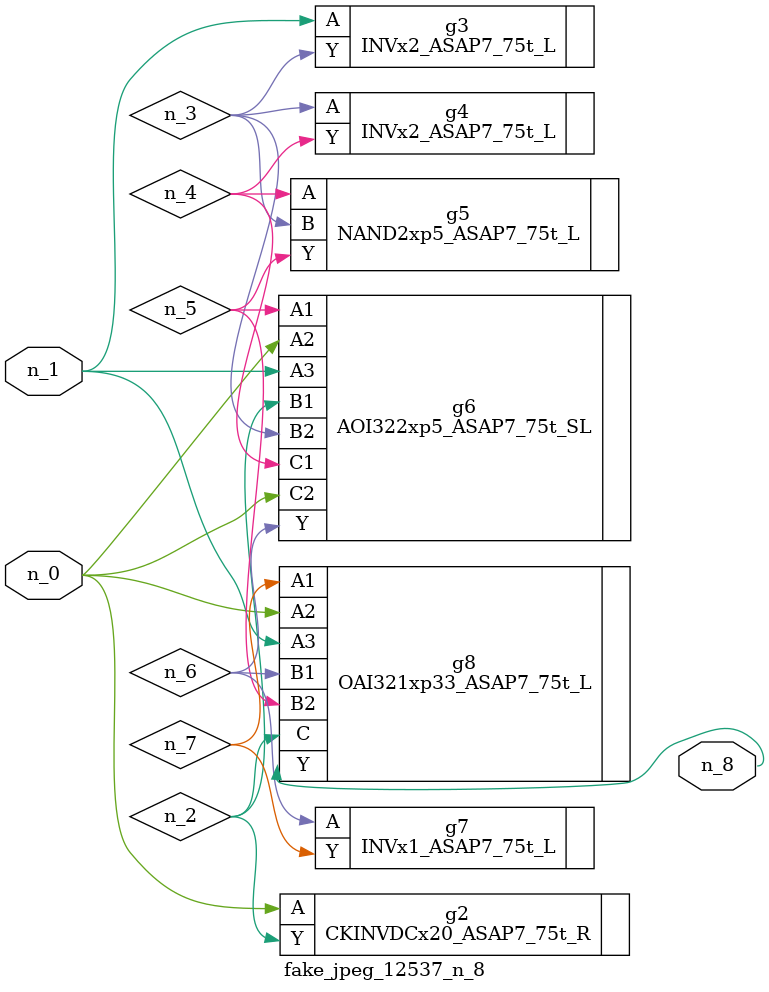
<source format=v>
module fake_jpeg_12537_n_8 (n_0, n_1, n_8);

input n_0;
input n_1;

output n_8;

wire n_3;
wire n_2;
wire n_4;
wire n_6;
wire n_5;
wire n_7;

CKINVDCx20_ASAP7_75t_R g2 ( 
.A(n_0),
.Y(n_2)
);

INVx2_ASAP7_75t_L g3 ( 
.A(n_1),
.Y(n_3)
);

INVx2_ASAP7_75t_L g4 ( 
.A(n_3),
.Y(n_4)
);

NAND2xp5_ASAP7_75t_L g5 ( 
.A(n_4),
.B(n_3),
.Y(n_5)
);

AOI322xp5_ASAP7_75t_SL g6 ( 
.A1(n_5),
.A2(n_0),
.A3(n_1),
.B1(n_2),
.B2(n_3),
.C1(n_4),
.C2(n_0),
.Y(n_6)
);

INVx1_ASAP7_75t_L g7 ( 
.A(n_6),
.Y(n_7)
);

OAI321xp33_ASAP7_75t_L g8 ( 
.A1(n_7),
.A2(n_0),
.A3(n_1),
.B1(n_6),
.B2(n_5),
.C(n_2),
.Y(n_8)
);


endmodule
</source>
